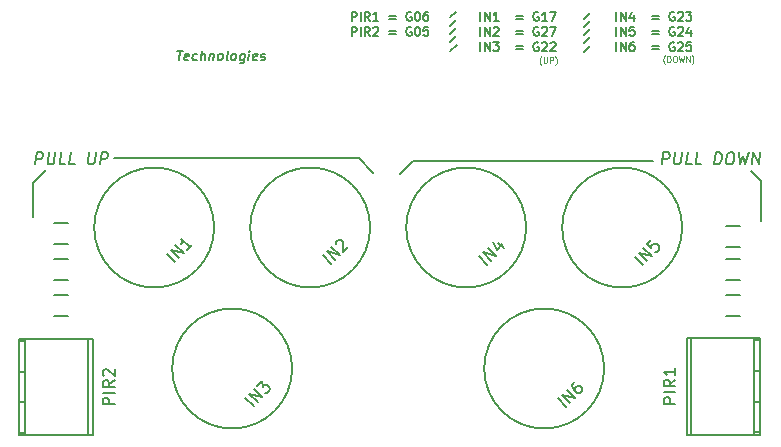
<source format=gbr>
G04 #@! TF.FileFunction,Legend,Top*
%FSLAX46Y46*%
G04 Gerber Fmt 4.6, Leading zero omitted, Abs format (unit mm)*
G04 Created by KiCad (PCBNEW 4.0.7) date Wednesday, 28. February 2018 'u13' 15:13:27*
%MOMM*%
%LPD*%
G01*
G04 APERTURE LIST*
%ADD10C,0.100000*%
%ADD11C,0.200000*%
%ADD12C,0.150000*%
%ADD13C,0.125000*%
G04 APERTURE END LIST*
D10*
D11*
X152240000Y-67420000D02*
X151710000Y-67920000D01*
X152220000Y-66700000D02*
X151690000Y-67200000D01*
X152210000Y-66030000D02*
X151680000Y-66530000D01*
X152220000Y-65310000D02*
X151690000Y-65810000D01*
X152220000Y-64610000D02*
X151690000Y-65110000D01*
X140920000Y-67330000D02*
X140390000Y-67830000D01*
X140900000Y-66610000D02*
X140370000Y-67110000D01*
X140890000Y-65940000D02*
X140360000Y-66440000D01*
X140900000Y-65220000D02*
X140370000Y-65720000D01*
X140900000Y-64520000D02*
X140370000Y-65020000D01*
D12*
X142938571Y-65304286D02*
X142938571Y-64554286D01*
X143295714Y-65304286D02*
X143295714Y-64554286D01*
X143724286Y-65304286D01*
X143724286Y-64554286D01*
X144474286Y-65304286D02*
X144045714Y-65304286D01*
X144260000Y-65304286D02*
X144260000Y-64554286D01*
X144188571Y-64661429D01*
X144117143Y-64732857D01*
X144045714Y-64768571D01*
X145938572Y-64911429D02*
X146510001Y-64911429D01*
X146510001Y-65125714D02*
X145938572Y-65125714D01*
X147831430Y-64590000D02*
X147760001Y-64554286D01*
X147652858Y-64554286D01*
X147545715Y-64590000D01*
X147474287Y-64661429D01*
X147438572Y-64732857D01*
X147402858Y-64875714D01*
X147402858Y-64982857D01*
X147438572Y-65125714D01*
X147474287Y-65197143D01*
X147545715Y-65268571D01*
X147652858Y-65304286D01*
X147724287Y-65304286D01*
X147831430Y-65268571D01*
X147867144Y-65232857D01*
X147867144Y-64982857D01*
X147724287Y-64982857D01*
X148581430Y-65304286D02*
X148152858Y-65304286D01*
X148367144Y-65304286D02*
X148367144Y-64554286D01*
X148295715Y-64661429D01*
X148224287Y-64732857D01*
X148152858Y-64768571D01*
X148831430Y-64554286D02*
X149331430Y-64554286D01*
X149010001Y-65304286D01*
X142938571Y-66579286D02*
X142938571Y-65829286D01*
X143295714Y-66579286D02*
X143295714Y-65829286D01*
X143724286Y-66579286D01*
X143724286Y-65829286D01*
X144045714Y-65900714D02*
X144081428Y-65865000D01*
X144152857Y-65829286D01*
X144331428Y-65829286D01*
X144402857Y-65865000D01*
X144438571Y-65900714D01*
X144474286Y-65972143D01*
X144474286Y-66043571D01*
X144438571Y-66150714D01*
X144010000Y-66579286D01*
X144474286Y-66579286D01*
X145938572Y-66186429D02*
X146510001Y-66186429D01*
X146510001Y-66400714D02*
X145938572Y-66400714D01*
X147831430Y-65865000D02*
X147760001Y-65829286D01*
X147652858Y-65829286D01*
X147545715Y-65865000D01*
X147474287Y-65936429D01*
X147438572Y-66007857D01*
X147402858Y-66150714D01*
X147402858Y-66257857D01*
X147438572Y-66400714D01*
X147474287Y-66472143D01*
X147545715Y-66543571D01*
X147652858Y-66579286D01*
X147724287Y-66579286D01*
X147831430Y-66543571D01*
X147867144Y-66507857D01*
X147867144Y-66257857D01*
X147724287Y-66257857D01*
X148152858Y-65900714D02*
X148188572Y-65865000D01*
X148260001Y-65829286D01*
X148438572Y-65829286D01*
X148510001Y-65865000D01*
X148545715Y-65900714D01*
X148581430Y-65972143D01*
X148581430Y-66043571D01*
X148545715Y-66150714D01*
X148117144Y-66579286D01*
X148581430Y-66579286D01*
X148831430Y-65829286D02*
X149331430Y-65829286D01*
X149010001Y-66579286D01*
X142938571Y-67854286D02*
X142938571Y-67104286D01*
X143295714Y-67854286D02*
X143295714Y-67104286D01*
X143724286Y-67854286D01*
X143724286Y-67104286D01*
X144010000Y-67104286D02*
X144474286Y-67104286D01*
X144224286Y-67390000D01*
X144331428Y-67390000D01*
X144402857Y-67425714D01*
X144438571Y-67461429D01*
X144474286Y-67532857D01*
X144474286Y-67711429D01*
X144438571Y-67782857D01*
X144402857Y-67818571D01*
X144331428Y-67854286D01*
X144117143Y-67854286D01*
X144045714Y-67818571D01*
X144010000Y-67782857D01*
X145938572Y-67461429D02*
X146510001Y-67461429D01*
X146510001Y-67675714D02*
X145938572Y-67675714D01*
X147831430Y-67140000D02*
X147760001Y-67104286D01*
X147652858Y-67104286D01*
X147545715Y-67140000D01*
X147474287Y-67211429D01*
X147438572Y-67282857D01*
X147402858Y-67425714D01*
X147402858Y-67532857D01*
X147438572Y-67675714D01*
X147474287Y-67747143D01*
X147545715Y-67818571D01*
X147652858Y-67854286D01*
X147724287Y-67854286D01*
X147831430Y-67818571D01*
X147867144Y-67782857D01*
X147867144Y-67532857D01*
X147724287Y-67532857D01*
X148152858Y-67175714D02*
X148188572Y-67140000D01*
X148260001Y-67104286D01*
X148438572Y-67104286D01*
X148510001Y-67140000D01*
X148545715Y-67175714D01*
X148581430Y-67247143D01*
X148581430Y-67318571D01*
X148545715Y-67425714D01*
X148117144Y-67854286D01*
X148581430Y-67854286D01*
X148867144Y-67175714D02*
X148902858Y-67140000D01*
X148974287Y-67104286D01*
X149152858Y-67104286D01*
X149224287Y-67140000D01*
X149260001Y-67175714D01*
X149295716Y-67247143D01*
X149295716Y-67318571D01*
X149260001Y-67425714D01*
X148831430Y-67854286D01*
X149295716Y-67854286D01*
X154448571Y-65304286D02*
X154448571Y-64554286D01*
X154805714Y-65304286D02*
X154805714Y-64554286D01*
X155234286Y-65304286D01*
X155234286Y-64554286D01*
X155912857Y-64804286D02*
X155912857Y-65304286D01*
X155734286Y-64518571D02*
X155555714Y-65054286D01*
X156020000Y-65054286D01*
X157448572Y-64911429D02*
X158020001Y-64911429D01*
X158020001Y-65125714D02*
X157448572Y-65125714D01*
X159341430Y-64590000D02*
X159270001Y-64554286D01*
X159162858Y-64554286D01*
X159055715Y-64590000D01*
X158984287Y-64661429D01*
X158948572Y-64732857D01*
X158912858Y-64875714D01*
X158912858Y-64982857D01*
X158948572Y-65125714D01*
X158984287Y-65197143D01*
X159055715Y-65268571D01*
X159162858Y-65304286D01*
X159234287Y-65304286D01*
X159341430Y-65268571D01*
X159377144Y-65232857D01*
X159377144Y-64982857D01*
X159234287Y-64982857D01*
X159662858Y-64625714D02*
X159698572Y-64590000D01*
X159770001Y-64554286D01*
X159948572Y-64554286D01*
X160020001Y-64590000D01*
X160055715Y-64625714D01*
X160091430Y-64697143D01*
X160091430Y-64768571D01*
X160055715Y-64875714D01*
X159627144Y-65304286D01*
X160091430Y-65304286D01*
X160341430Y-64554286D02*
X160805716Y-64554286D01*
X160555716Y-64840000D01*
X160662858Y-64840000D01*
X160734287Y-64875714D01*
X160770001Y-64911429D01*
X160805716Y-64982857D01*
X160805716Y-65161429D01*
X160770001Y-65232857D01*
X160734287Y-65268571D01*
X160662858Y-65304286D01*
X160448573Y-65304286D01*
X160377144Y-65268571D01*
X160341430Y-65232857D01*
X154448571Y-66579286D02*
X154448571Y-65829286D01*
X154805714Y-66579286D02*
X154805714Y-65829286D01*
X155234286Y-66579286D01*
X155234286Y-65829286D01*
X155948571Y-65829286D02*
X155591428Y-65829286D01*
X155555714Y-66186429D01*
X155591428Y-66150714D01*
X155662857Y-66115000D01*
X155841428Y-66115000D01*
X155912857Y-66150714D01*
X155948571Y-66186429D01*
X155984286Y-66257857D01*
X155984286Y-66436429D01*
X155948571Y-66507857D01*
X155912857Y-66543571D01*
X155841428Y-66579286D01*
X155662857Y-66579286D01*
X155591428Y-66543571D01*
X155555714Y-66507857D01*
X157448572Y-66186429D02*
X158020001Y-66186429D01*
X158020001Y-66400714D02*
X157448572Y-66400714D01*
X159341430Y-65865000D02*
X159270001Y-65829286D01*
X159162858Y-65829286D01*
X159055715Y-65865000D01*
X158984287Y-65936429D01*
X158948572Y-66007857D01*
X158912858Y-66150714D01*
X158912858Y-66257857D01*
X158948572Y-66400714D01*
X158984287Y-66472143D01*
X159055715Y-66543571D01*
X159162858Y-66579286D01*
X159234287Y-66579286D01*
X159341430Y-66543571D01*
X159377144Y-66507857D01*
X159377144Y-66257857D01*
X159234287Y-66257857D01*
X159662858Y-65900714D02*
X159698572Y-65865000D01*
X159770001Y-65829286D01*
X159948572Y-65829286D01*
X160020001Y-65865000D01*
X160055715Y-65900714D01*
X160091430Y-65972143D01*
X160091430Y-66043571D01*
X160055715Y-66150714D01*
X159627144Y-66579286D01*
X160091430Y-66579286D01*
X160734287Y-66079286D02*
X160734287Y-66579286D01*
X160555716Y-65793571D02*
X160377144Y-66329286D01*
X160841430Y-66329286D01*
X154448571Y-67854286D02*
X154448571Y-67104286D01*
X154805714Y-67854286D02*
X154805714Y-67104286D01*
X155234286Y-67854286D01*
X155234286Y-67104286D01*
X155912857Y-67104286D02*
X155770000Y-67104286D01*
X155698571Y-67140000D01*
X155662857Y-67175714D01*
X155591428Y-67282857D01*
X155555714Y-67425714D01*
X155555714Y-67711429D01*
X155591428Y-67782857D01*
X155627143Y-67818571D01*
X155698571Y-67854286D01*
X155841428Y-67854286D01*
X155912857Y-67818571D01*
X155948571Y-67782857D01*
X155984286Y-67711429D01*
X155984286Y-67532857D01*
X155948571Y-67461429D01*
X155912857Y-67425714D01*
X155841428Y-67390000D01*
X155698571Y-67390000D01*
X155627143Y-67425714D01*
X155591428Y-67461429D01*
X155555714Y-67532857D01*
X157448572Y-67461429D02*
X158020001Y-67461429D01*
X158020001Y-67675714D02*
X157448572Y-67675714D01*
X159341430Y-67140000D02*
X159270001Y-67104286D01*
X159162858Y-67104286D01*
X159055715Y-67140000D01*
X158984287Y-67211429D01*
X158948572Y-67282857D01*
X158912858Y-67425714D01*
X158912858Y-67532857D01*
X158948572Y-67675714D01*
X158984287Y-67747143D01*
X159055715Y-67818571D01*
X159162858Y-67854286D01*
X159234287Y-67854286D01*
X159341430Y-67818571D01*
X159377144Y-67782857D01*
X159377144Y-67532857D01*
X159234287Y-67532857D01*
X159662858Y-67175714D02*
X159698572Y-67140000D01*
X159770001Y-67104286D01*
X159948572Y-67104286D01*
X160020001Y-67140000D01*
X160055715Y-67175714D01*
X160091430Y-67247143D01*
X160091430Y-67318571D01*
X160055715Y-67425714D01*
X159627144Y-67854286D01*
X160091430Y-67854286D01*
X160770001Y-67104286D02*
X160412858Y-67104286D01*
X160377144Y-67461429D01*
X160412858Y-67425714D01*
X160484287Y-67390000D01*
X160662858Y-67390000D01*
X160734287Y-67425714D01*
X160770001Y-67461429D01*
X160805716Y-67532857D01*
X160805716Y-67711429D01*
X160770001Y-67782857D01*
X160734287Y-67818571D01*
X160662858Y-67854286D01*
X160484287Y-67854286D01*
X160412858Y-67818571D01*
X160377144Y-67782857D01*
D11*
X166690000Y-78870000D02*
X165810000Y-77990000D01*
X166690000Y-82220000D02*
X166690000Y-78870000D01*
X137240000Y-77150000D02*
X157580000Y-77150000D01*
X136090000Y-78300000D02*
X137240000Y-77150000D01*
X132630000Y-76920000D02*
X133880000Y-78170000D01*
X111900000Y-76920000D02*
X132630000Y-76920000D01*
X105040000Y-79060000D02*
X106180000Y-77920000D01*
X105040000Y-81920000D02*
X105040000Y-79060000D01*
D13*
X158571905Y-68986667D02*
X158548095Y-68962857D01*
X158500476Y-68891429D01*
X158476667Y-68843810D01*
X158452857Y-68772381D01*
X158429048Y-68653333D01*
X158429048Y-68558095D01*
X158452857Y-68439048D01*
X158476667Y-68367619D01*
X158500476Y-68320000D01*
X158548095Y-68248571D01*
X158571905Y-68224762D01*
X158762381Y-68796190D02*
X158762381Y-68296190D01*
X158881428Y-68296190D01*
X158952857Y-68320000D01*
X159000476Y-68367619D01*
X159024285Y-68415238D01*
X159048095Y-68510476D01*
X159048095Y-68581905D01*
X159024285Y-68677143D01*
X159000476Y-68724762D01*
X158952857Y-68772381D01*
X158881428Y-68796190D01*
X158762381Y-68796190D01*
X159357619Y-68296190D02*
X159452857Y-68296190D01*
X159500476Y-68320000D01*
X159548095Y-68367619D01*
X159571904Y-68462857D01*
X159571904Y-68629524D01*
X159548095Y-68724762D01*
X159500476Y-68772381D01*
X159452857Y-68796190D01*
X159357619Y-68796190D01*
X159310000Y-68772381D01*
X159262381Y-68724762D01*
X159238571Y-68629524D01*
X159238571Y-68462857D01*
X159262381Y-68367619D01*
X159310000Y-68320000D01*
X159357619Y-68296190D01*
X159738572Y-68296190D02*
X159857619Y-68796190D01*
X159952857Y-68439048D01*
X160048095Y-68796190D01*
X160167143Y-68296190D01*
X160357620Y-68796190D02*
X160357620Y-68296190D01*
X160643334Y-68796190D01*
X160643334Y-68296190D01*
X160833811Y-68986667D02*
X160857620Y-68962857D01*
X160905239Y-68891429D01*
X160929049Y-68843810D01*
X160952858Y-68772381D01*
X160976668Y-68653333D01*
X160976668Y-68558095D01*
X160952858Y-68439048D01*
X160929049Y-68367619D01*
X160905239Y-68320000D01*
X160857620Y-68248571D01*
X160833811Y-68224762D01*
X148101905Y-69066667D02*
X148078095Y-69042857D01*
X148030476Y-68971429D01*
X148006667Y-68923810D01*
X147982857Y-68852381D01*
X147959048Y-68733333D01*
X147959048Y-68638095D01*
X147982857Y-68519048D01*
X148006667Y-68447619D01*
X148030476Y-68400000D01*
X148078095Y-68328571D01*
X148101905Y-68304762D01*
X148292381Y-68376190D02*
X148292381Y-68780952D01*
X148316190Y-68828571D01*
X148340000Y-68852381D01*
X148387619Y-68876190D01*
X148482857Y-68876190D01*
X148530476Y-68852381D01*
X148554285Y-68828571D01*
X148578095Y-68780952D01*
X148578095Y-68376190D01*
X148816191Y-68876190D02*
X148816191Y-68376190D01*
X149006667Y-68376190D01*
X149054286Y-68400000D01*
X149078095Y-68423810D01*
X149101905Y-68471429D01*
X149101905Y-68542857D01*
X149078095Y-68590476D01*
X149054286Y-68614286D01*
X149006667Y-68638095D01*
X148816191Y-68638095D01*
X149268572Y-69066667D02*
X149292381Y-69042857D01*
X149340000Y-68971429D01*
X149363810Y-68923810D01*
X149387619Y-68852381D01*
X149411429Y-68733333D01*
X149411429Y-68638095D01*
X149387619Y-68519048D01*
X149363810Y-68447619D01*
X149340000Y-68400000D01*
X149292381Y-68328571D01*
X149268572Y-68304762D01*
D12*
X117260952Y-67841905D02*
X117718095Y-67841905D01*
X117389524Y-68641905D02*
X117489524Y-67841905D01*
X118194286Y-68603810D02*
X118113334Y-68641905D01*
X117960953Y-68641905D01*
X117889524Y-68603810D01*
X117860953Y-68527619D01*
X117899048Y-68222857D01*
X117946667Y-68146667D01*
X118027620Y-68108571D01*
X118180001Y-68108571D01*
X118251429Y-68146667D01*
X118280000Y-68222857D01*
X118270476Y-68299048D01*
X117880000Y-68375238D01*
X118918095Y-68603810D02*
X118837143Y-68641905D01*
X118684762Y-68641905D01*
X118613333Y-68603810D01*
X118580000Y-68565714D01*
X118551429Y-68489524D01*
X118580000Y-68260952D01*
X118627619Y-68184762D01*
X118670476Y-68146667D01*
X118751429Y-68108571D01*
X118903810Y-68108571D01*
X118975238Y-68146667D01*
X119256190Y-68641905D02*
X119356190Y-67841905D01*
X119599047Y-68641905D02*
X119651428Y-68222857D01*
X119622857Y-68146667D01*
X119551429Y-68108571D01*
X119437143Y-68108571D01*
X119356190Y-68146667D01*
X119313333Y-68184762D01*
X120046667Y-68108571D02*
X119980000Y-68641905D01*
X120037143Y-68184762D02*
X120080000Y-68146667D01*
X120160953Y-68108571D01*
X120275239Y-68108571D01*
X120346667Y-68146667D01*
X120375238Y-68222857D01*
X120322857Y-68641905D01*
X120818096Y-68641905D02*
X120746667Y-68603810D01*
X120713334Y-68565714D01*
X120684763Y-68489524D01*
X120713334Y-68260952D01*
X120760953Y-68184762D01*
X120803810Y-68146667D01*
X120884763Y-68108571D01*
X120999049Y-68108571D01*
X121070477Y-68146667D01*
X121103810Y-68184762D01*
X121132382Y-68260952D01*
X121103811Y-68489524D01*
X121056191Y-68565714D01*
X121013334Y-68603810D01*
X120932382Y-68641905D01*
X120818096Y-68641905D01*
X121541906Y-68641905D02*
X121470477Y-68603810D01*
X121441906Y-68527619D01*
X121527620Y-67841905D01*
X121960954Y-68641905D02*
X121889525Y-68603810D01*
X121856192Y-68565714D01*
X121827621Y-68489524D01*
X121856192Y-68260952D01*
X121903811Y-68184762D01*
X121946668Y-68146667D01*
X122027621Y-68108571D01*
X122141907Y-68108571D01*
X122213335Y-68146667D01*
X122246668Y-68184762D01*
X122275240Y-68260952D01*
X122246669Y-68489524D01*
X122199049Y-68565714D01*
X122156192Y-68603810D01*
X122075240Y-68641905D01*
X121960954Y-68641905D01*
X122980002Y-68108571D02*
X122899049Y-68756190D01*
X122851430Y-68832381D01*
X122808573Y-68870476D01*
X122727621Y-68908571D01*
X122613336Y-68908571D01*
X122541906Y-68870476D01*
X122918097Y-68603810D02*
X122837145Y-68641905D01*
X122684764Y-68641905D01*
X122613335Y-68603810D01*
X122580002Y-68565714D01*
X122551431Y-68489524D01*
X122580002Y-68260952D01*
X122627621Y-68184762D01*
X122670478Y-68146667D01*
X122751431Y-68108571D01*
X122903812Y-68108571D01*
X122975240Y-68146667D01*
X123294288Y-68641905D02*
X123360955Y-68108571D01*
X123394288Y-67841905D02*
X123351431Y-67880000D01*
X123384764Y-67918095D01*
X123427621Y-67880000D01*
X123394288Y-67841905D01*
X123384764Y-67918095D01*
X123984764Y-68603810D02*
X123903812Y-68641905D01*
X123751431Y-68641905D01*
X123680002Y-68603810D01*
X123651431Y-68527619D01*
X123689526Y-68222857D01*
X123737145Y-68146667D01*
X123818098Y-68108571D01*
X123970479Y-68108571D01*
X124041907Y-68146667D01*
X124070478Y-68222857D01*
X124060954Y-68299048D01*
X123670478Y-68375238D01*
X124327621Y-68603810D02*
X124399049Y-68641905D01*
X124551430Y-68641905D01*
X124632383Y-68603810D01*
X124680002Y-68527619D01*
X124684764Y-68489524D01*
X124656192Y-68413333D01*
X124584763Y-68375238D01*
X124470478Y-68375238D01*
X124399049Y-68337143D01*
X124370478Y-68260952D01*
X124375240Y-68222857D01*
X124422859Y-68146667D01*
X124503812Y-68108571D01*
X124618097Y-68108571D01*
X124689526Y-68146667D01*
X132038571Y-65301786D02*
X132038571Y-64551786D01*
X132324286Y-64551786D01*
X132395714Y-64587500D01*
X132431429Y-64623214D01*
X132467143Y-64694643D01*
X132467143Y-64801786D01*
X132431429Y-64873214D01*
X132395714Y-64908929D01*
X132324286Y-64944643D01*
X132038571Y-64944643D01*
X132788571Y-65301786D02*
X132788571Y-64551786D01*
X133574286Y-65301786D02*
X133324286Y-64944643D01*
X133145714Y-65301786D02*
X133145714Y-64551786D01*
X133431429Y-64551786D01*
X133502857Y-64587500D01*
X133538572Y-64623214D01*
X133574286Y-64694643D01*
X133574286Y-64801786D01*
X133538572Y-64873214D01*
X133502857Y-64908929D01*
X133431429Y-64944643D01*
X133145714Y-64944643D01*
X134288572Y-65301786D02*
X133860000Y-65301786D01*
X134074286Y-65301786D02*
X134074286Y-64551786D01*
X134002857Y-64658929D01*
X133931429Y-64730357D01*
X133860000Y-64766071D01*
X135181429Y-64908929D02*
X135752858Y-64908929D01*
X135752858Y-65123214D02*
X135181429Y-65123214D01*
X137074287Y-64587500D02*
X137002858Y-64551786D01*
X136895715Y-64551786D01*
X136788572Y-64587500D01*
X136717144Y-64658929D01*
X136681429Y-64730357D01*
X136645715Y-64873214D01*
X136645715Y-64980357D01*
X136681429Y-65123214D01*
X136717144Y-65194643D01*
X136788572Y-65266071D01*
X136895715Y-65301786D01*
X136967144Y-65301786D01*
X137074287Y-65266071D01*
X137110001Y-65230357D01*
X137110001Y-64980357D01*
X136967144Y-64980357D01*
X137574287Y-64551786D02*
X137645715Y-64551786D01*
X137717144Y-64587500D01*
X137752858Y-64623214D01*
X137788572Y-64694643D01*
X137824287Y-64837500D01*
X137824287Y-65016071D01*
X137788572Y-65158929D01*
X137752858Y-65230357D01*
X137717144Y-65266071D01*
X137645715Y-65301786D01*
X137574287Y-65301786D01*
X137502858Y-65266071D01*
X137467144Y-65230357D01*
X137431429Y-65158929D01*
X137395715Y-65016071D01*
X137395715Y-64837500D01*
X137431429Y-64694643D01*
X137467144Y-64623214D01*
X137502858Y-64587500D01*
X137574287Y-64551786D01*
X138467144Y-64551786D02*
X138324287Y-64551786D01*
X138252858Y-64587500D01*
X138217144Y-64623214D01*
X138145715Y-64730357D01*
X138110001Y-64873214D01*
X138110001Y-65158929D01*
X138145715Y-65230357D01*
X138181430Y-65266071D01*
X138252858Y-65301786D01*
X138395715Y-65301786D01*
X138467144Y-65266071D01*
X138502858Y-65230357D01*
X138538573Y-65158929D01*
X138538573Y-64980357D01*
X138502858Y-64908929D01*
X138467144Y-64873214D01*
X138395715Y-64837500D01*
X138252858Y-64837500D01*
X138181430Y-64873214D01*
X138145715Y-64908929D01*
X138110001Y-64980357D01*
X132038571Y-66576786D02*
X132038571Y-65826786D01*
X132324286Y-65826786D01*
X132395714Y-65862500D01*
X132431429Y-65898214D01*
X132467143Y-65969643D01*
X132467143Y-66076786D01*
X132431429Y-66148214D01*
X132395714Y-66183929D01*
X132324286Y-66219643D01*
X132038571Y-66219643D01*
X132788571Y-66576786D02*
X132788571Y-65826786D01*
X133574286Y-66576786D02*
X133324286Y-66219643D01*
X133145714Y-66576786D02*
X133145714Y-65826786D01*
X133431429Y-65826786D01*
X133502857Y-65862500D01*
X133538572Y-65898214D01*
X133574286Y-65969643D01*
X133574286Y-66076786D01*
X133538572Y-66148214D01*
X133502857Y-66183929D01*
X133431429Y-66219643D01*
X133145714Y-66219643D01*
X133860000Y-65898214D02*
X133895714Y-65862500D01*
X133967143Y-65826786D01*
X134145714Y-65826786D01*
X134217143Y-65862500D01*
X134252857Y-65898214D01*
X134288572Y-65969643D01*
X134288572Y-66041071D01*
X134252857Y-66148214D01*
X133824286Y-66576786D01*
X134288572Y-66576786D01*
X135181429Y-66183929D02*
X135752858Y-66183929D01*
X135752858Y-66398214D02*
X135181429Y-66398214D01*
X137074287Y-65862500D02*
X137002858Y-65826786D01*
X136895715Y-65826786D01*
X136788572Y-65862500D01*
X136717144Y-65933929D01*
X136681429Y-66005357D01*
X136645715Y-66148214D01*
X136645715Y-66255357D01*
X136681429Y-66398214D01*
X136717144Y-66469643D01*
X136788572Y-66541071D01*
X136895715Y-66576786D01*
X136967144Y-66576786D01*
X137074287Y-66541071D01*
X137110001Y-66505357D01*
X137110001Y-66255357D01*
X136967144Y-66255357D01*
X137574287Y-65826786D02*
X137645715Y-65826786D01*
X137717144Y-65862500D01*
X137752858Y-65898214D01*
X137788572Y-65969643D01*
X137824287Y-66112500D01*
X137824287Y-66291071D01*
X137788572Y-66433929D01*
X137752858Y-66505357D01*
X137717144Y-66541071D01*
X137645715Y-66576786D01*
X137574287Y-66576786D01*
X137502858Y-66541071D01*
X137467144Y-66505357D01*
X137431429Y-66433929D01*
X137395715Y-66291071D01*
X137395715Y-66112500D01*
X137431429Y-65969643D01*
X137467144Y-65898214D01*
X137502858Y-65862500D01*
X137574287Y-65826786D01*
X138502858Y-65826786D02*
X138145715Y-65826786D01*
X138110001Y-66183929D01*
X138145715Y-66148214D01*
X138217144Y-66112500D01*
X138395715Y-66112500D01*
X138467144Y-66148214D01*
X138502858Y-66183929D01*
X138538573Y-66255357D01*
X138538573Y-66433929D01*
X138502858Y-66505357D01*
X138467144Y-66541071D01*
X138395715Y-66576786D01*
X138217144Y-66576786D01*
X138145715Y-66541071D01*
X138110001Y-66505357D01*
X158308214Y-77452381D02*
X158433214Y-76452381D01*
X158814167Y-76452381D01*
X158903453Y-76500000D01*
X158945120Y-76547619D01*
X158980834Y-76642857D01*
X158962977Y-76785714D01*
X158903453Y-76880952D01*
X158849882Y-76928571D01*
X158748691Y-76976190D01*
X158367738Y-76976190D01*
X159433214Y-76452381D02*
X159332024Y-77261905D01*
X159367738Y-77357143D01*
X159409405Y-77404762D01*
X159498690Y-77452381D01*
X159689167Y-77452381D01*
X159790358Y-77404762D01*
X159843929Y-77357143D01*
X159903453Y-77261905D01*
X160004643Y-76452381D01*
X160832024Y-77452381D02*
X160355833Y-77452381D01*
X160480833Y-76452381D01*
X161641548Y-77452381D02*
X161165357Y-77452381D01*
X161290357Y-76452381D01*
X162736786Y-77452381D02*
X162861786Y-76452381D01*
X163099881Y-76452381D01*
X163236787Y-76500000D01*
X163320120Y-76595238D01*
X163355835Y-76690476D01*
X163379644Y-76880952D01*
X163361787Y-77023810D01*
X163290358Y-77214286D01*
X163230835Y-77309524D01*
X163123692Y-77404762D01*
X162974881Y-77452381D01*
X162736786Y-77452381D01*
X164052262Y-76452381D02*
X164242739Y-76452381D01*
X164332025Y-76500000D01*
X164415358Y-76595238D01*
X164439168Y-76785714D01*
X164397501Y-77119048D01*
X164326073Y-77309524D01*
X164218930Y-77404762D01*
X164117739Y-77452381D01*
X163927262Y-77452381D01*
X163837977Y-77404762D01*
X163754644Y-77309524D01*
X163730834Y-77119048D01*
X163772501Y-76785714D01*
X163843929Y-76595238D01*
X163951072Y-76500000D01*
X164052262Y-76452381D01*
X164814167Y-76452381D02*
X164927262Y-77452381D01*
X165207025Y-76738095D01*
X165308215Y-77452381D01*
X165671310Y-76452381D01*
X165927262Y-77452381D02*
X166052262Y-76452381D01*
X166498691Y-77452381D01*
X166623691Y-76452381D01*
X105263452Y-77452381D02*
X105388452Y-76452381D01*
X105769405Y-76452381D01*
X105858691Y-76500000D01*
X105900358Y-76547619D01*
X105936072Y-76642857D01*
X105918215Y-76785714D01*
X105858691Y-76880952D01*
X105805120Y-76928571D01*
X105703929Y-76976190D01*
X105322976Y-76976190D01*
X106388452Y-76452381D02*
X106287262Y-77261905D01*
X106322976Y-77357143D01*
X106364643Y-77404762D01*
X106453928Y-77452381D01*
X106644405Y-77452381D01*
X106745596Y-77404762D01*
X106799167Y-77357143D01*
X106858691Y-77261905D01*
X106959881Y-76452381D01*
X107787262Y-77452381D02*
X107311071Y-77452381D01*
X107436071Y-76452381D01*
X108596786Y-77452381D02*
X108120595Y-77452381D01*
X108245595Y-76452381D01*
X109817024Y-76452381D02*
X109715834Y-77261905D01*
X109751548Y-77357143D01*
X109793215Y-77404762D01*
X109882500Y-77452381D01*
X110072977Y-77452381D01*
X110174168Y-77404762D01*
X110227739Y-77357143D01*
X110287263Y-77261905D01*
X110388453Y-76452381D01*
X110739643Y-77452381D02*
X110864643Y-76452381D01*
X111245596Y-76452381D01*
X111334882Y-76500000D01*
X111376549Y-76547619D01*
X111412263Y-76642857D01*
X111394406Y-76785714D01*
X111334882Y-76880952D01*
X111281311Y-76928571D01*
X111180120Y-76976190D01*
X110799167Y-76976190D01*
X146811999Y-82804000D02*
G75*
G03X146811999Y-82804000I-5079999J0D01*
G01*
X106842000Y-82437000D02*
X108042000Y-82437000D01*
X108042000Y-84187000D02*
X106842000Y-84187000D01*
X106842000Y-85485000D02*
X108042000Y-85485000D01*
X108042000Y-87235000D02*
X106842000Y-87235000D01*
X106842000Y-88533000D02*
X108042000Y-88533000D01*
X108042000Y-90283000D02*
X106842000Y-90283000D01*
X164938000Y-84441000D02*
X163738000Y-84441000D01*
X163738000Y-82691000D02*
X164938000Y-82691000D01*
X164938000Y-87235000D02*
X163738000Y-87235000D01*
X163738000Y-85485000D02*
X164938000Y-85485000D01*
X164938000Y-90283000D02*
X163738000Y-90283000D01*
X163738000Y-88533000D02*
X164938000Y-88533000D01*
X120395999Y-82804000D02*
G75*
G03X120395999Y-82804000I-5079999J0D01*
G01*
X133603999Y-82804000D02*
G75*
G03X133603999Y-82804000I-5079999J0D01*
G01*
X126999999Y-94742000D02*
G75*
G03X126999999Y-94742000I-5079999J0D01*
G01*
X160019999Y-82804000D02*
G75*
G03X160019999Y-82804000I-5079999J0D01*
G01*
X153415999Y-94742000D02*
G75*
G03X153415999Y-94742000I-5079999J0D01*
G01*
X160401200Y-92160440D02*
X160401200Y-100359560D01*
X160799980Y-92160440D02*
X160799980Y-100359560D01*
X166100960Y-92160440D02*
X166100960Y-100359560D01*
X166598800Y-100359560D02*
X166598800Y-92160440D01*
X166100960Y-94959520D02*
X166598800Y-94959520D01*
X166598800Y-100158900D02*
X166100960Y-100158900D01*
X166100960Y-92358560D02*
X166598800Y-92358560D01*
X166598800Y-97557940D02*
X166100960Y-97557940D01*
X166598800Y-92160440D02*
X160401200Y-92160440D01*
X160401200Y-100357020D02*
X166598800Y-100357020D01*
X110108800Y-100409560D02*
X110108800Y-92210440D01*
X109710020Y-100409560D02*
X109710020Y-92210440D01*
X104409040Y-100409560D02*
X104409040Y-92210440D01*
X103911200Y-92210440D02*
X103911200Y-100409560D01*
X104409040Y-97610480D02*
X103911200Y-97610480D01*
X103911200Y-92411100D02*
X104409040Y-92411100D01*
X104409040Y-100211440D02*
X103911200Y-100211440D01*
X103911200Y-95012060D02*
X104409040Y-95012060D01*
X103911200Y-100409560D02*
X110108800Y-100409560D01*
X110108800Y-92212980D02*
X103911200Y-92212980D01*
X143512775Y-85946987D02*
X142805668Y-85239881D01*
X143849492Y-85610270D02*
X143142385Y-84903163D01*
X144253553Y-85206209D01*
X143546447Y-84499102D01*
X144421912Y-84095041D02*
X144893317Y-84566446D01*
X143984179Y-83994026D02*
X144320897Y-84667461D01*
X144758630Y-84229728D01*
X117072774Y-85726988D02*
X116365667Y-85019882D01*
X117409491Y-85390271D02*
X116702384Y-84683164D01*
X117813552Y-84986210D01*
X117106446Y-84279103D01*
X118520659Y-84279103D02*
X118116598Y-84683164D01*
X118318628Y-84481134D02*
X117611521Y-83774027D01*
X117645193Y-83942386D01*
X117645193Y-84077073D01*
X117611521Y-84178088D01*
X130292775Y-85876988D02*
X129585668Y-85169882D01*
X130629492Y-85540271D02*
X129922385Y-84833164D01*
X131033553Y-85136210D01*
X130326447Y-84429103D01*
X130696836Y-84193401D02*
X130696836Y-84126058D01*
X130730507Y-84025043D01*
X130898867Y-83856683D01*
X130999882Y-83823012D01*
X131067225Y-83823012D01*
X131168240Y-83856683D01*
X131235584Y-83924027D01*
X131302927Y-84058714D01*
X131302927Y-84866836D01*
X131740660Y-84429103D01*
X123742775Y-97916987D02*
X123035668Y-97209881D01*
X124079492Y-97580270D02*
X123372385Y-96873163D01*
X124483553Y-97176209D01*
X123776447Y-96469102D01*
X124045820Y-96199728D02*
X124483553Y-95761995D01*
X124517224Y-96267072D01*
X124618240Y-96166056D01*
X124719255Y-96132384D01*
X124786599Y-96132384D01*
X124887615Y-96166057D01*
X125055973Y-96334415D01*
X125089645Y-96435430D01*
X125089645Y-96502774D01*
X125055973Y-96603789D01*
X124853942Y-96805820D01*
X124752927Y-96839492D01*
X124685584Y-96839492D01*
X156702775Y-85986988D02*
X155995668Y-85279882D01*
X157039492Y-85650271D02*
X156332385Y-84943164D01*
X157443553Y-85246210D01*
X156736447Y-84539103D01*
X157409882Y-83865668D02*
X157073164Y-84202386D01*
X157376209Y-84572775D01*
X157376209Y-84505431D01*
X157409881Y-84404416D01*
X157578240Y-84236057D01*
X157679255Y-84202385D01*
X157746599Y-84202385D01*
X157847615Y-84236058D01*
X158015973Y-84404416D01*
X158049645Y-84505431D01*
X158049645Y-84572775D01*
X158015973Y-84673790D01*
X157847614Y-84842149D01*
X157746599Y-84875821D01*
X157679255Y-84875821D01*
X150222775Y-97986988D02*
X149515668Y-97279882D01*
X150559492Y-97650271D02*
X149852385Y-96943164D01*
X150963553Y-97246210D01*
X150256447Y-96539103D01*
X150896210Y-95899340D02*
X150761522Y-96034027D01*
X150727851Y-96135043D01*
X150727851Y-96202386D01*
X150761522Y-96370745D01*
X150862538Y-96539103D01*
X151131912Y-96808478D01*
X151232927Y-96842149D01*
X151300271Y-96842149D01*
X151401286Y-96808478D01*
X151535973Y-96673790D01*
X151569645Y-96572775D01*
X151569645Y-96505431D01*
X151535973Y-96404416D01*
X151367615Y-96236058D01*
X151266599Y-96202385D01*
X151199255Y-96202385D01*
X151098240Y-96236057D01*
X150963553Y-96370745D01*
X150929881Y-96471760D01*
X150929881Y-96539103D01*
X150963553Y-96640119D01*
X159451501Y-97736190D02*
X158451501Y-97736190D01*
X158451501Y-97355237D01*
X158499120Y-97259999D01*
X158546739Y-97212380D01*
X158641977Y-97164761D01*
X158784834Y-97164761D01*
X158880072Y-97212380D01*
X158927691Y-97259999D01*
X158975310Y-97355237D01*
X158975310Y-97736190D01*
X159451501Y-96736190D02*
X158451501Y-96736190D01*
X159451501Y-95688571D02*
X158975310Y-96021905D01*
X159451501Y-96260000D02*
X158451501Y-96260000D01*
X158451501Y-95879047D01*
X158499120Y-95783809D01*
X158546739Y-95736190D01*
X158641977Y-95688571D01*
X158784834Y-95688571D01*
X158880072Y-95736190D01*
X158927691Y-95783809D01*
X158975310Y-95879047D01*
X158975310Y-96260000D01*
X159451501Y-94736190D02*
X159451501Y-95307619D01*
X159451501Y-95021905D02*
X158451501Y-95021905D01*
X158594358Y-95117143D01*
X158689596Y-95212381D01*
X158737215Y-95307619D01*
X111963261Y-97786190D02*
X110963261Y-97786190D01*
X110963261Y-97405237D01*
X111010880Y-97309999D01*
X111058499Y-97262380D01*
X111153737Y-97214761D01*
X111296594Y-97214761D01*
X111391832Y-97262380D01*
X111439451Y-97309999D01*
X111487070Y-97405237D01*
X111487070Y-97786190D01*
X111963261Y-96786190D02*
X110963261Y-96786190D01*
X111963261Y-95738571D02*
X111487070Y-96071905D01*
X111963261Y-96310000D02*
X110963261Y-96310000D01*
X110963261Y-95929047D01*
X111010880Y-95833809D01*
X111058499Y-95786190D01*
X111153737Y-95738571D01*
X111296594Y-95738571D01*
X111391832Y-95786190D01*
X111439451Y-95833809D01*
X111487070Y-95929047D01*
X111487070Y-96310000D01*
X111058499Y-95357619D02*
X111010880Y-95310000D01*
X110963261Y-95214762D01*
X110963261Y-94976666D01*
X111010880Y-94881428D01*
X111058499Y-94833809D01*
X111153737Y-94786190D01*
X111248975Y-94786190D01*
X111391832Y-94833809D01*
X111963261Y-95405238D01*
X111963261Y-94786190D01*
M02*

</source>
